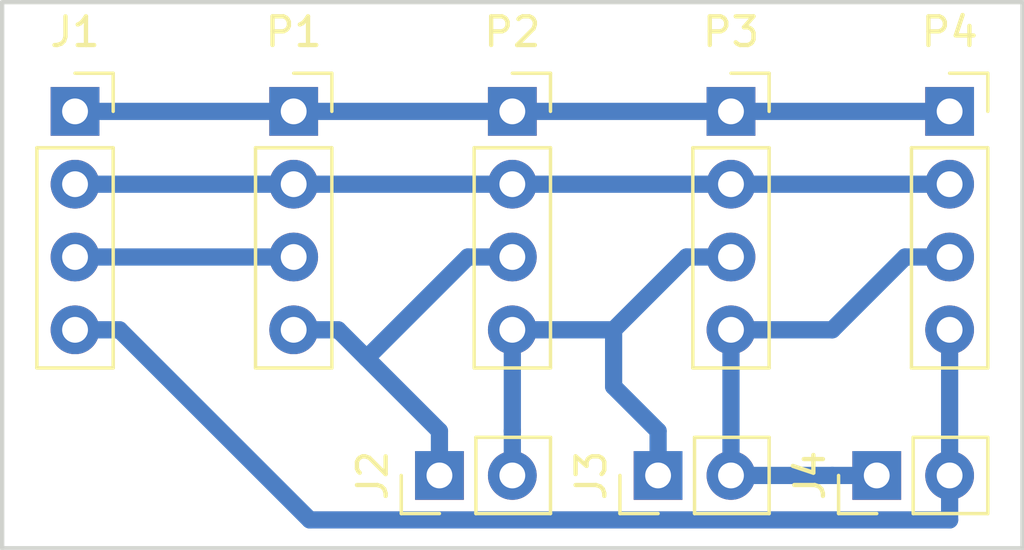
<source format=kicad_pcb>
(kicad_pcb (version 20171130) (host pcbnew 5.0.2-bee76a0~70~ubuntu18.04.1)

  (general
    (thickness 1.6)
    (drawings 4)
    (tracks 34)
    (zones 0)
    (modules 8)
    (nets 8)
  )

  (page A4)
  (layers
    (0 F.Cu signal)
    (31 B.Cu signal)
    (32 B.Adhes user)
    (33 F.Adhes user)
    (34 B.Paste user)
    (35 F.Paste user)
    (36 B.SilkS user)
    (37 F.SilkS user)
    (38 B.Mask user)
    (39 F.Mask user)
    (40 Dwgs.User user)
    (41 Cmts.User user)
    (42 Eco1.User user)
    (43 Eco2.User user)
    (44 Edge.Cuts user)
    (45 Margin user)
    (46 B.CrtYd user)
    (47 F.CrtYd user)
    (48 B.Fab user)
    (49 F.Fab user)
  )

  (setup
    (last_trace_width 0.6)
    (trace_clearance 0.4)
    (zone_clearance 0.508)
    (zone_45_only no)
    (trace_min 0.4)
    (segment_width 0.2)
    (edge_width 0.15)
    (via_size 0.8)
    (via_drill 0.4)
    (via_min_size 0.4)
    (via_min_drill 0.3)
    (uvia_size 0.3)
    (uvia_drill 0.1)
    (uvias_allowed no)
    (uvia_min_size 0.2)
    (uvia_min_drill 0.1)
    (pcb_text_width 0.3)
    (pcb_text_size 1.5 1.5)
    (mod_edge_width 0.15)
    (mod_text_size 1 1)
    (mod_text_width 0.15)
    (pad_size 1.7 1.7)
    (pad_drill 0.9)
    (pad_to_mask_clearance 0.051)
    (solder_mask_min_width 0.25)
    (aux_axis_origin 0 0)
    (visible_elements FFFFFF7F)
    (pcbplotparams
      (layerselection 0x010f0_ffffffff)
      (usegerberextensions true)
      (usegerberattributes false)
      (usegerberadvancedattributes false)
      (creategerberjobfile false)
      (excludeedgelayer true)
      (linewidth 0.100000)
      (plotframeref false)
      (viasonmask false)
      (mode 1)
      (useauxorigin true)
      (hpglpennumber 1)
      (hpglpenspeed 20)
      (hpglpendiameter 15.000000)
      (psnegative false)
      (psa4output false)
      (plotreference true)
      (plotvalue true)
      (plotinvisibletext false)
      (padsonsilk false)
      (subtractmaskfromsilk false)
      (outputformat 1)
      (mirror false)
      (drillshape 0)
      (scaleselection 1)
      (outputdirectory "Pcb2gcode_gbr/"))
  )

  (net 0 "")
  (net 1 /CSn)
  (net 2 /SCK)
  (net 3 /SDI)
  (net 4 /SDO)
  (net 5 "Net-(J2-Pad1)")
  (net 6 "Net-(J2-Pad2)")
  (net 7 "Net-(J3-Pad2)")

  (net_class Default "This is the default net class."
    (clearance 0.4)
    (trace_width 0.6)
    (via_dia 0.8)
    (via_drill 0.4)
    (uvia_dia 0.3)
    (uvia_drill 0.1)
    (diff_pair_gap 0.25)
    (diff_pair_width 0.6)
    (add_net /CSn)
    (add_net /SCK)
    (add_net /SDI)
    (add_net /SDO)
    (add_net "Net-(J2-Pad1)")
    (add_net "Net-(J2-Pad2)")
    (add_net "Net-(J3-Pad2)")
  )

  (module Connector_PinSocket_2.54mm:PinSocket_1x04_P2.54mm_Vertical_Shrouded-4_Wall_Latch_Holder (layer F.Cu) (tedit 5CA0DC90) (tstamp 5CB58D7B)
    (at 99.06 91.44)
    (descr "Through hole straight socket strip ,Shrouded - 4 Wall Latch Holder 1x04, 2.54mm pitch, single row")
    (tags "Through hole socket strip Shrouded-4 Wall Latch Holder THT 1x04 2.54mm single row")
    (path /5CA0CBD1)
    (fp_text reference J1 (at 0 -2.77) (layer F.SilkS)
      (effects (font (size 1 1) (thickness 0.15)))
    )
    (fp_text value Conn_01x04 (at 0 10.39) (layer F.Fab) hide
      (effects (font (size 1 1) (thickness 0.15)))
    )
    (fp_line (start -1.27 -1.27) (end 0.635 -1.27) (layer F.Fab) (width 0.1))
    (fp_line (start 0.635 -1.27) (end 1.27 -0.635) (layer F.Fab) (width 0.1))
    (fp_line (start 1.27 -0.635) (end 1.27 8.89) (layer F.Fab) (width 0.1))
    (fp_line (start 1.27 8.89) (end -1.27 8.89) (layer F.Fab) (width 0.1))
    (fp_line (start -1.27 8.89) (end -1.27 -1.27) (layer F.Fab) (width 0.1))
    (fp_line (start -1.33 1.27) (end 1.33 1.27) (layer F.SilkS) (width 0.12))
    (fp_line (start -1.33 1.27) (end -1.33 8.95) (layer F.SilkS) (width 0.12))
    (fp_line (start -1.33 8.95) (end 1.33 8.95) (layer F.SilkS) (width 0.12))
    (fp_line (start 1.33 1.27) (end 1.33 8.95) (layer F.SilkS) (width 0.12))
    (fp_line (start 1.33 -1.33) (end 1.33 0) (layer F.SilkS) (width 0.12))
    (fp_line (start 0 -1.33) (end 1.33 -1.33) (layer F.SilkS) (width 0.12))
    (fp_line (start -1.8 -1.8) (end 1.75 -1.8) (layer F.CrtYd) (width 0.05))
    (fp_line (start 1.75 -1.8) (end 1.75 9.4) (layer F.CrtYd) (width 0.05))
    (fp_line (start 1.75 9.4) (end -1.8 9.4) (layer F.CrtYd) (width 0.05))
    (fp_line (start -1.8 9.4) (end -1.8 -1.8) (layer F.CrtYd) (width 0.05))
    (fp_text user %R (at 0 3.81 90) (layer F.Fab)
      (effects (font (size 1 1) (thickness 0.15)))
    )
    (pad 1 thru_hole rect (at 0 0) (size 1.7 1.7) (drill 0.9) (layers *.Cu *.Mask)
      (net 1 /CSn))
    (pad 2 thru_hole oval (at 0 2.54) (size 1.7 1.7) (drill 0.9) (layers *.Cu *.Mask)
      (net 2 /SCK))
    (pad 3 thru_hole oval (at 0 5.08) (size 1.7 1.7) (drill 0.9) (layers *.Cu *.Mask)
      (net 3 /SDI))
    (pad 4 thru_hole oval (at 0 7.62) (size 1.7 1.7) (drill 0.9) (layers *.Cu *.Mask)
      (net 4 /SDO))
    (model /home/mib/Documents/CNC/FreeCad_files/2019/Kicad_Components/Conn_01x04_Latch.step
      (at (xyz 0 0 0))
      (scale (xyz 1 1 1))
      (rotate (xyz 0 0 0))
    )
  )

  (module Connector_PinHeader_2.54mm:PinHeader_1x02_P2.54mm_Vertical (layer F.Cu) (tedit 5CA0DD48) (tstamp 5CB58D91)
    (at 111.76 104.14 90)
    (descr "Through hole straight pin header, 1x02, 2.54mm pitch, single row")
    (tags "Through hole pin header THT 1x02 2.54mm single row")
    (path /5CA0CDAD)
    (fp_text reference J2 (at 0 -2.33 90) (layer F.SilkS)
      (effects (font (size 1 1) (thickness 0.15)))
    )
    (fp_text value Conn_01x02 (at 0 4.87 90) (layer F.Fab) hide
      (effects (font (size 1 1) (thickness 0.15)))
    )
    (fp_line (start -0.635 -1.27) (end 1.27 -1.27) (layer F.Fab) (width 0.1))
    (fp_line (start 1.27 -1.27) (end 1.27 3.81) (layer F.Fab) (width 0.1))
    (fp_line (start 1.27 3.81) (end -1.27 3.81) (layer F.Fab) (width 0.1))
    (fp_line (start -1.27 3.81) (end -1.27 -0.635) (layer F.Fab) (width 0.1))
    (fp_line (start -1.27 -0.635) (end -0.635 -1.27) (layer F.Fab) (width 0.1))
    (fp_line (start -1.33 3.87) (end 1.33 3.87) (layer F.SilkS) (width 0.12))
    (fp_line (start -1.33 1.27) (end -1.33 3.87) (layer F.SilkS) (width 0.12))
    (fp_line (start 1.33 1.27) (end 1.33 3.87) (layer F.SilkS) (width 0.12))
    (fp_line (start -1.33 1.27) (end 1.33 1.27) (layer F.SilkS) (width 0.12))
    (fp_line (start -1.33 0) (end -1.33 -1.33) (layer F.SilkS) (width 0.12))
    (fp_line (start -1.33 -1.33) (end 0 -1.33) (layer F.SilkS) (width 0.12))
    (fp_line (start -1.8 -1.8) (end -1.8 4.35) (layer F.CrtYd) (width 0.05))
    (fp_line (start -1.8 4.35) (end 1.8 4.35) (layer F.CrtYd) (width 0.05))
    (fp_line (start 1.8 4.35) (end 1.8 -1.8) (layer F.CrtYd) (width 0.05))
    (fp_line (start 1.8 -1.8) (end -1.8 -1.8) (layer F.CrtYd) (width 0.05))
    (fp_text user %R (at 0 1.27 180) (layer F.Fab)
      (effects (font (size 1 1) (thickness 0.15)))
    )
    (pad 1 thru_hole rect (at 0 0 90) (size 1.7 1.7) (drill 0.9) (layers *.Cu *.Mask)
      (net 5 "Net-(J2-Pad1)"))
    (pad 2 thru_hole oval (at 0 2.54 90) (size 1.7 1.7) (drill 0.9) (layers *.Cu *.Mask)
      (net 6 "Net-(J2-Pad2)"))
    (model ${KISYS3DMOD}/Connector_PinHeader_2.54mm.3dshapes/PinHeader_1x02_P2.54mm_Vertical.wrl
      (at (xyz 0 0 0))
      (scale (xyz 1 1 1))
      (rotate (xyz 0 0 0))
    )
  )

  (module Connector_PinHeader_2.54mm:PinHeader_1x02_P2.54mm_Vertical (layer F.Cu) (tedit 5CA0D3D4) (tstamp 5CB58DA7)
    (at 119.38 104.14 90)
    (descr "Through hole straight pin header, 1x02, 2.54mm pitch, single row")
    (tags "Through hole pin header THT 1x02 2.54mm single row")
    (path /5CA0CE62)
    (fp_text reference J3 (at 0 -2.33 90) (layer F.SilkS)
      (effects (font (size 1 1) (thickness 0.15)))
    )
    (fp_text value Conn_01x02 (at 0 4.87 90) (layer F.Fab) hide
      (effects (font (size 1 1) (thickness 0.15)))
    )
    (fp_text user %R (at 0 1.27 180) (layer F.Fab)
      (effects (font (size 1 1) (thickness 0.15)))
    )
    (fp_line (start 1.8 -1.8) (end -1.8 -1.8) (layer F.CrtYd) (width 0.05))
    (fp_line (start 1.8 4.35) (end 1.8 -1.8) (layer F.CrtYd) (width 0.05))
    (fp_line (start -1.8 4.35) (end 1.8 4.35) (layer F.CrtYd) (width 0.05))
    (fp_line (start -1.8 -1.8) (end -1.8 4.35) (layer F.CrtYd) (width 0.05))
    (fp_line (start -1.33 -1.33) (end 0 -1.33) (layer F.SilkS) (width 0.12))
    (fp_line (start -1.33 0) (end -1.33 -1.33) (layer F.SilkS) (width 0.12))
    (fp_line (start -1.33 1.27) (end 1.33 1.27) (layer F.SilkS) (width 0.12))
    (fp_line (start 1.33 1.27) (end 1.33 3.87) (layer F.SilkS) (width 0.12))
    (fp_line (start -1.33 1.27) (end -1.33 3.87) (layer F.SilkS) (width 0.12))
    (fp_line (start -1.33 3.87) (end 1.33 3.87) (layer F.SilkS) (width 0.12))
    (fp_line (start -1.27 -0.635) (end -0.635 -1.27) (layer F.Fab) (width 0.1))
    (fp_line (start -1.27 3.81) (end -1.27 -0.635) (layer F.Fab) (width 0.1))
    (fp_line (start 1.27 3.81) (end -1.27 3.81) (layer F.Fab) (width 0.1))
    (fp_line (start 1.27 -1.27) (end 1.27 3.81) (layer F.Fab) (width 0.1))
    (fp_line (start -0.635 -1.27) (end 1.27 -1.27) (layer F.Fab) (width 0.1))
    (pad 2 thru_hole oval (at 0 2.54 90) (size 1.7 1.7) (drill 0.9) (layers *.Cu *.Mask)
      (net 7 "Net-(J3-Pad2)"))
    (pad 1 thru_hole rect (at 0 0 90) (size 1.7 1.7) (drill 0.9) (layers *.Cu *.Mask)
      (net 6 "Net-(J2-Pad2)"))
    (model ${KISYS3DMOD}/Connector_PinHeader_2.54mm.3dshapes/PinHeader_1x02_P2.54mm_Vertical.wrl
      (at (xyz 0 0 0))
      (scale (xyz 1 1 1))
      (rotate (xyz 0 0 0))
    )
  )

  (module Connector_PinHeader_2.54mm:PinHeader_1x02_P2.54mm_Vertical (layer F.Cu) (tedit 5CA0D3DC) (tstamp 5CB58DBD)
    (at 127 104.14 90)
    (descr "Through hole straight pin header, 1x02, 2.54mm pitch, single row")
    (tags "Through hole pin header THT 1x02 2.54mm single row")
    (path /5CA0CEC0)
    (fp_text reference J4 (at 0 -2.33 90) (layer F.SilkS)
      (effects (font (size 1 1) (thickness 0.15)))
    )
    (fp_text value Conn_01x02 (at 0 4.87 90) (layer F.Fab) hide
      (effects (font (size 1 1) (thickness 0.15)))
    )
    (fp_line (start -0.635 -1.27) (end 1.27 -1.27) (layer F.Fab) (width 0.1))
    (fp_line (start 1.27 -1.27) (end 1.27 3.81) (layer F.Fab) (width 0.1))
    (fp_line (start 1.27 3.81) (end -1.27 3.81) (layer F.Fab) (width 0.1))
    (fp_line (start -1.27 3.81) (end -1.27 -0.635) (layer F.Fab) (width 0.1))
    (fp_line (start -1.27 -0.635) (end -0.635 -1.27) (layer F.Fab) (width 0.1))
    (fp_line (start -1.33 3.87) (end 1.33 3.87) (layer F.SilkS) (width 0.12))
    (fp_line (start -1.33 1.27) (end -1.33 3.87) (layer F.SilkS) (width 0.12))
    (fp_line (start 1.33 1.27) (end 1.33 3.87) (layer F.SilkS) (width 0.12))
    (fp_line (start -1.33 1.27) (end 1.33 1.27) (layer F.SilkS) (width 0.12))
    (fp_line (start -1.33 0) (end -1.33 -1.33) (layer F.SilkS) (width 0.12))
    (fp_line (start -1.33 -1.33) (end 0 -1.33) (layer F.SilkS) (width 0.12))
    (fp_line (start -1.8 -1.8) (end -1.8 4.35) (layer F.CrtYd) (width 0.05))
    (fp_line (start -1.8 4.35) (end 1.8 4.35) (layer F.CrtYd) (width 0.05))
    (fp_line (start 1.8 4.35) (end 1.8 -1.8) (layer F.CrtYd) (width 0.05))
    (fp_line (start 1.8 -1.8) (end -1.8 -1.8) (layer F.CrtYd) (width 0.05))
    (fp_text user %R (at 0 1.27 180) (layer F.Fab)
      (effects (font (size 1 1) (thickness 0.15)))
    )
    (pad 1 thru_hole rect (at 0 0 90) (size 1.7 1.7) (drill 0.9) (layers *.Cu *.Mask)
      (net 7 "Net-(J3-Pad2)"))
    (pad 2 thru_hole oval (at 0 2.54 90) (size 1.7 1.7) (drill 0.9) (layers *.Cu *.Mask)
      (net 4 /SDO))
    (model ${KISYS3DMOD}/Connector_PinHeader_2.54mm.3dshapes/PinHeader_1x02_P2.54mm_Vertical.wrl
      (at (xyz 0 0 0))
      (scale (xyz 1 1 1))
      (rotate (xyz 0 0 0))
    )
  )

  (module Connector_PinSocket_2.54mm:PinSocket_1x04_P2.54mm_Vertical_Shrouded-4_Wall_Latch_Holder (layer F.Cu) (tedit 5C9A9A5B) (tstamp 5CB58DD5)
    (at 106.68 91.44)
    (descr "Through hole straight socket strip ,Shrouded - 4 Wall Latch Holder 1x04, 2.54mm pitch, single row")
    (tags "Through hole socket strip Shrouded-4 Wall Latch Holder THT 1x04 2.54mm single row")
    (path /5CA0CC12)
    (fp_text reference P1 (at 0 -2.77) (layer F.SilkS)
      (effects (font (size 1 1) (thickness 0.15)))
    )
    (fp_text value Conn_01x04 (at 0 10.39) (layer F.Fab) hide
      (effects (font (size 1 1) (thickness 0.15)))
    )
    (fp_text user %R (at 0 3.81 90) (layer F.Fab)
      (effects (font (size 1 1) (thickness 0.15)))
    )
    (fp_line (start -1.8 9.4) (end -1.8 -1.8) (layer F.CrtYd) (width 0.05))
    (fp_line (start 1.75 9.4) (end -1.8 9.4) (layer F.CrtYd) (width 0.05))
    (fp_line (start 1.75 -1.8) (end 1.75 9.4) (layer F.CrtYd) (width 0.05))
    (fp_line (start -1.8 -1.8) (end 1.75 -1.8) (layer F.CrtYd) (width 0.05))
    (fp_line (start 0 -1.33) (end 1.33 -1.33) (layer F.SilkS) (width 0.12))
    (fp_line (start 1.33 -1.33) (end 1.33 0) (layer F.SilkS) (width 0.12))
    (fp_line (start 1.33 1.27) (end 1.33 8.95) (layer F.SilkS) (width 0.12))
    (fp_line (start -1.33 8.95) (end 1.33 8.95) (layer F.SilkS) (width 0.12))
    (fp_line (start -1.33 1.27) (end -1.33 8.95) (layer F.SilkS) (width 0.12))
    (fp_line (start -1.33 1.27) (end 1.33 1.27) (layer F.SilkS) (width 0.12))
    (fp_line (start -1.27 8.89) (end -1.27 -1.27) (layer F.Fab) (width 0.1))
    (fp_line (start 1.27 8.89) (end -1.27 8.89) (layer F.Fab) (width 0.1))
    (fp_line (start 1.27 -0.635) (end 1.27 8.89) (layer F.Fab) (width 0.1))
    (fp_line (start 0.635 -1.27) (end 1.27 -0.635) (layer F.Fab) (width 0.1))
    (fp_line (start -1.27 -1.27) (end 0.635 -1.27) (layer F.Fab) (width 0.1))
    (pad 4 thru_hole oval (at 0 7.62) (size 1.7 1.7) (drill 0.9) (layers *.Cu *.Mask)
      (net 5 "Net-(J2-Pad1)"))
    (pad 3 thru_hole oval (at 0 5.08) (size 1.7 1.7) (drill 0.9) (layers *.Cu *.Mask)
      (net 3 /SDI))
    (pad 2 thru_hole oval (at 0 2.54) (size 1.7 1.7) (drill 0.9) (layers *.Cu *.Mask)
      (net 2 /SCK))
    (pad 1 thru_hole rect (at 0 0) (size 1.7 1.7) (drill 0.9) (layers *.Cu *.Mask)
      (net 1 /CSn))
    (model /home/mib/Documents/CNC/FreeCad_files/2019/Kicad_Components/Conn_01x04_Latch.step
      (at (xyz 0 0 0))
      (scale (xyz 1 1 1))
      (rotate (xyz 0 0 0))
    )
  )

  (module Connector_PinSocket_2.54mm:PinSocket_1x04_P2.54mm_Vertical_Shrouded-4_Wall_Latch_Holder (layer F.Cu) (tedit 5C9A9A5B) (tstamp 5CB58DED)
    (at 114.3 91.44)
    (descr "Through hole straight socket strip ,Shrouded - 4 Wall Latch Holder 1x04, 2.54mm pitch, single row")
    (tags "Through hole socket strip Shrouded-4 Wall Latch Holder THT 1x04 2.54mm single row")
    (path /5CA0CC4E)
    (fp_text reference P2 (at 0 -2.77) (layer F.SilkS)
      (effects (font (size 1 1) (thickness 0.15)))
    )
    (fp_text value Conn_01x04 (at 0 10.39) (layer F.Fab) hide
      (effects (font (size 1 1) (thickness 0.15)))
    )
    (fp_line (start -1.27 -1.27) (end 0.635 -1.27) (layer F.Fab) (width 0.1))
    (fp_line (start 0.635 -1.27) (end 1.27 -0.635) (layer F.Fab) (width 0.1))
    (fp_line (start 1.27 -0.635) (end 1.27 8.89) (layer F.Fab) (width 0.1))
    (fp_line (start 1.27 8.89) (end -1.27 8.89) (layer F.Fab) (width 0.1))
    (fp_line (start -1.27 8.89) (end -1.27 -1.27) (layer F.Fab) (width 0.1))
    (fp_line (start -1.33 1.27) (end 1.33 1.27) (layer F.SilkS) (width 0.12))
    (fp_line (start -1.33 1.27) (end -1.33 8.95) (layer F.SilkS) (width 0.12))
    (fp_line (start -1.33 8.95) (end 1.33 8.95) (layer F.SilkS) (width 0.12))
    (fp_line (start 1.33 1.27) (end 1.33 8.95) (layer F.SilkS) (width 0.12))
    (fp_line (start 1.33 -1.33) (end 1.33 0) (layer F.SilkS) (width 0.12))
    (fp_line (start 0 -1.33) (end 1.33 -1.33) (layer F.SilkS) (width 0.12))
    (fp_line (start -1.8 -1.8) (end 1.75 -1.8) (layer F.CrtYd) (width 0.05))
    (fp_line (start 1.75 -1.8) (end 1.75 9.4) (layer F.CrtYd) (width 0.05))
    (fp_line (start 1.75 9.4) (end -1.8 9.4) (layer F.CrtYd) (width 0.05))
    (fp_line (start -1.8 9.4) (end -1.8 -1.8) (layer F.CrtYd) (width 0.05))
    (fp_text user %R (at 0 3.81 90) (layer F.Fab)
      (effects (font (size 1 1) (thickness 0.15)))
    )
    (pad 1 thru_hole rect (at 0 0) (size 1.7 1.7) (drill 0.9) (layers *.Cu *.Mask)
      (net 1 /CSn))
    (pad 2 thru_hole oval (at 0 2.54) (size 1.7 1.7) (drill 0.9) (layers *.Cu *.Mask)
      (net 2 /SCK))
    (pad 3 thru_hole oval (at 0 5.08) (size 1.7 1.7) (drill 0.9) (layers *.Cu *.Mask)
      (net 5 "Net-(J2-Pad1)"))
    (pad 4 thru_hole oval (at 0 7.62) (size 1.7 1.7) (drill 0.9) (layers *.Cu *.Mask)
      (net 6 "Net-(J2-Pad2)"))
    (model /home/mib/Documents/CNC/FreeCad_files/2019/Kicad_Components/Conn_01x04_Latch.step
      (at (xyz 0 0 0))
      (scale (xyz 1 1 1))
      (rotate (xyz 0 0 0))
    )
  )

  (module Connector_PinSocket_2.54mm:PinSocket_1x04_P2.54mm_Vertical_Shrouded-4_Wall_Latch_Holder (layer F.Cu) (tedit 5C9A9A5B) (tstamp 5CB58E05)
    (at 121.92 91.44)
    (descr "Through hole straight socket strip ,Shrouded - 4 Wall Latch Holder 1x04, 2.54mm pitch, single row")
    (tags "Through hole socket strip Shrouded-4 Wall Latch Holder THT 1x04 2.54mm single row")
    (path /5CA0CC9D)
    (fp_text reference P3 (at 0 -2.77) (layer F.SilkS)
      (effects (font (size 1 1) (thickness 0.15)))
    )
    (fp_text value Conn_01x04 (at 0 10.39) (layer F.Fab) hide
      (effects (font (size 1 1) (thickness 0.15)))
    )
    (fp_text user %R (at 0 3.81 90) (layer F.Fab)
      (effects (font (size 1 1) (thickness 0.15)))
    )
    (fp_line (start -1.8 9.4) (end -1.8 -1.8) (layer F.CrtYd) (width 0.05))
    (fp_line (start 1.75 9.4) (end -1.8 9.4) (layer F.CrtYd) (width 0.05))
    (fp_line (start 1.75 -1.8) (end 1.75 9.4) (layer F.CrtYd) (width 0.05))
    (fp_line (start -1.8 -1.8) (end 1.75 -1.8) (layer F.CrtYd) (width 0.05))
    (fp_line (start 0 -1.33) (end 1.33 -1.33) (layer F.SilkS) (width 0.12))
    (fp_line (start 1.33 -1.33) (end 1.33 0) (layer F.SilkS) (width 0.12))
    (fp_line (start 1.33 1.27) (end 1.33 8.95) (layer F.SilkS) (width 0.12))
    (fp_line (start -1.33 8.95) (end 1.33 8.95) (layer F.SilkS) (width 0.12))
    (fp_line (start -1.33 1.27) (end -1.33 8.95) (layer F.SilkS) (width 0.12))
    (fp_line (start -1.33 1.27) (end 1.33 1.27) (layer F.SilkS) (width 0.12))
    (fp_line (start -1.27 8.89) (end -1.27 -1.27) (layer F.Fab) (width 0.1))
    (fp_line (start 1.27 8.89) (end -1.27 8.89) (layer F.Fab) (width 0.1))
    (fp_line (start 1.27 -0.635) (end 1.27 8.89) (layer F.Fab) (width 0.1))
    (fp_line (start 0.635 -1.27) (end 1.27 -0.635) (layer F.Fab) (width 0.1))
    (fp_line (start -1.27 -1.27) (end 0.635 -1.27) (layer F.Fab) (width 0.1))
    (pad 4 thru_hole oval (at 0 7.62) (size 1.7 1.7) (drill 0.9) (layers *.Cu *.Mask)
      (net 7 "Net-(J3-Pad2)"))
    (pad 3 thru_hole oval (at 0 5.08) (size 1.7 1.7) (drill 0.9) (layers *.Cu *.Mask)
      (net 6 "Net-(J2-Pad2)"))
    (pad 2 thru_hole oval (at 0 2.54) (size 1.7 1.7) (drill 0.9) (layers *.Cu *.Mask)
      (net 2 /SCK))
    (pad 1 thru_hole rect (at 0 0) (size 1.7 1.7) (drill 0.9) (layers *.Cu *.Mask)
      (net 1 /CSn))
    (model /home/mib/Documents/CNC/FreeCad_files/2019/Kicad_Components/Conn_01x04_Latch.step
      (at (xyz 0 0 0))
      (scale (xyz 1 1 1))
      (rotate (xyz 0 0 0))
    )
  )

  (module Connector_PinSocket_2.54mm:PinSocket_1x04_P2.54mm_Vertical_Shrouded-4_Wall_Latch_Holder (layer F.Cu) (tedit 5C9A9A5B) (tstamp 5CB58E1D)
    (at 129.54 91.44)
    (descr "Through hole straight socket strip ,Shrouded - 4 Wall Latch Holder 1x04, 2.54mm pitch, single row")
    (tags "Through hole socket strip Shrouded-4 Wall Latch Holder THT 1x04 2.54mm single row")
    (path /5CA0CCE3)
    (fp_text reference P4 (at 0 -2.77) (layer F.SilkS)
      (effects (font (size 1 1) (thickness 0.15)))
    )
    (fp_text value Conn_01x04 (at 0 10.39) (layer F.Fab) hide
      (effects (font (size 1 1) (thickness 0.15)))
    )
    (fp_line (start -1.27 -1.27) (end 0.635 -1.27) (layer F.Fab) (width 0.1))
    (fp_line (start 0.635 -1.27) (end 1.27 -0.635) (layer F.Fab) (width 0.1))
    (fp_line (start 1.27 -0.635) (end 1.27 8.89) (layer F.Fab) (width 0.1))
    (fp_line (start 1.27 8.89) (end -1.27 8.89) (layer F.Fab) (width 0.1))
    (fp_line (start -1.27 8.89) (end -1.27 -1.27) (layer F.Fab) (width 0.1))
    (fp_line (start -1.33 1.27) (end 1.33 1.27) (layer F.SilkS) (width 0.12))
    (fp_line (start -1.33 1.27) (end -1.33 8.95) (layer F.SilkS) (width 0.12))
    (fp_line (start -1.33 8.95) (end 1.33 8.95) (layer F.SilkS) (width 0.12))
    (fp_line (start 1.33 1.27) (end 1.33 8.95) (layer F.SilkS) (width 0.12))
    (fp_line (start 1.33 -1.33) (end 1.33 0) (layer F.SilkS) (width 0.12))
    (fp_line (start 0 -1.33) (end 1.33 -1.33) (layer F.SilkS) (width 0.12))
    (fp_line (start -1.8 -1.8) (end 1.75 -1.8) (layer F.CrtYd) (width 0.05))
    (fp_line (start 1.75 -1.8) (end 1.75 9.4) (layer F.CrtYd) (width 0.05))
    (fp_line (start 1.75 9.4) (end -1.8 9.4) (layer F.CrtYd) (width 0.05))
    (fp_line (start -1.8 9.4) (end -1.8 -1.8) (layer F.CrtYd) (width 0.05))
    (fp_text user %R (at 0 3.81 90) (layer F.Fab)
      (effects (font (size 1 1) (thickness 0.15)))
    )
    (pad 1 thru_hole rect (at 0 0) (size 1.7 1.7) (drill 0.9) (layers *.Cu *.Mask)
      (net 1 /CSn))
    (pad 2 thru_hole oval (at 0 2.54) (size 1.7 1.7) (drill 0.9) (layers *.Cu *.Mask)
      (net 2 /SCK))
    (pad 3 thru_hole oval (at 0 5.08) (size 1.7 1.7) (drill 0.9) (layers *.Cu *.Mask)
      (net 7 "Net-(J3-Pad2)"))
    (pad 4 thru_hole oval (at 0 7.62) (size 1.7 1.7) (drill 0.9) (layers *.Cu *.Mask)
      (net 4 /SDO))
    (model /home/mib/Documents/CNC/FreeCad_files/2019/Kicad_Components/Conn_01x04_Latch.step
      (at (xyz 0 0 0))
      (scale (xyz 1 1 1))
      (rotate (xyz 0 0 0))
    )
  )

  (gr_line (start 132.08 87.63) (end 96.52 87.63) (layer Edge.Cuts) (width 0.15))
  (gr_line (start 132.08 106.68) (end 132.08 87.63) (layer Edge.Cuts) (width 0.15))
  (gr_line (start 96.52 106.68) (end 132.08 106.68) (layer Edge.Cuts) (width 0.15))
  (gr_line (start 96.52 87.63) (end 96.52 106.68) (layer Edge.Cuts) (width 0.15))

  (segment (start 106.68 91.44) (end 99.06 91.44) (width 0.6) (layer B.Cu) (net 1))
  (segment (start 114.3 91.44) (end 106.68 91.44) (width 0.6) (layer B.Cu) (net 1))
  (segment (start 121.92 91.44) (end 114.3 91.44) (width 0.6) (layer B.Cu) (net 1))
  (segment (start 129.54 91.44) (end 121.92 91.44) (width 0.6) (layer B.Cu) (net 1))
  (segment (start 106.68 93.98) (end 99.06 93.98) (width 0.6) (layer B.Cu) (net 2))
  (segment (start 114.3 93.98) (end 106.68 93.98) (width 0.6) (layer B.Cu) (net 2))
  (segment (start 121.92 93.98) (end 114.3 93.98) (width 0.6) (layer B.Cu) (net 2))
  (segment (start 129.54 93.98) (end 121.92 93.98) (width 0.6) (layer B.Cu) (net 2))
  (segment (start 106.68 96.52) (end 99.06 96.52) (width 0.6) (layer B.Cu) (net 3))
  (segment (start 99.06 99.06) (end 100.6103 99.06) (width 0.6) (layer B.Cu) (net 4))
  (segment (start 129.54 104.14) (end 129.54 105.6903) (width 0.6) (layer B.Cu) (net 4))
  (segment (start 129.54 105.6903) (end 107.2406 105.6903) (width 0.6) (layer B.Cu) (net 4))
  (segment (start 107.2406 105.6903) (end 100.6103 99.06) (width 0.6) (layer B.Cu) (net 4))
  (segment (start 129.54 99.06) (end 129.54 104.14) (width 0.6) (layer B.Cu) (net 4))
  (segment (start 109.22 100.0497) (end 111.76 102.5897) (width 0.6) (layer B.Cu) (net 5))
  (segment (start 108.2303 99.06) (end 109.22 100.0497) (width 0.6) (layer B.Cu) (net 5))
  (segment (start 112.7497 96.52) (end 109.22 100.0497) (width 0.6) (layer B.Cu) (net 5))
  (segment (start 114.3 96.52) (end 112.7497 96.52) (width 0.6) (layer B.Cu) (net 5))
  (segment (start 111.76 104.14) (end 111.76 102.5897) (width 0.6) (layer B.Cu) (net 5))
  (segment (start 106.68 99.06) (end 108.2303 99.06) (width 0.6) (layer B.Cu) (net 5))
  (segment (start 119.38 104.14) (end 119.38 102.5897) (width 0.6) (layer B.Cu) (net 6))
  (segment (start 117.8297 99.06) (end 114.3 99.06) (width 0.6) (layer B.Cu) (net 6))
  (segment (start 120.3697 96.52) (end 117.8297 99.06) (width 0.6) (layer B.Cu) (net 6))
  (segment (start 119.38 102.5897) (end 117.8297 101.0394) (width 0.6) (layer B.Cu) (net 6))
  (segment (start 117.8297 101.0394) (end 117.8297 99.06) (width 0.6) (layer B.Cu) (net 6))
  (segment (start 114.3 99.06) (end 114.3 102.5897) (width 0.6) (layer B.Cu) (net 6))
  (segment (start 114.3 104.14) (end 114.3 102.5897) (width 0.6) (layer B.Cu) (net 6))
  (segment (start 121.92 96.52) (end 120.3697 96.52) (width 0.6) (layer B.Cu) (net 6))
  (segment (start 121.92 99.06) (end 125.4497 99.06) (width 0.6) (layer B.Cu) (net 7))
  (segment (start 125.4497 99.06) (end 127.9897 96.52) (width 0.6) (layer B.Cu) (net 7))
  (segment (start 129.54 96.52) (end 127.9897 96.52) (width 0.6) (layer B.Cu) (net 7))
  (segment (start 121.92 99.06) (end 121.92 104.14) (width 0.6) (layer B.Cu) (net 7))
  (segment (start 121.92 104.14) (end 125.4497 104.14) (width 0.6) (layer B.Cu) (net 7))
  (segment (start 127 104.14) (end 125.4497 104.14) (width 0.6) (layer B.Cu) (net 7))

)

</source>
